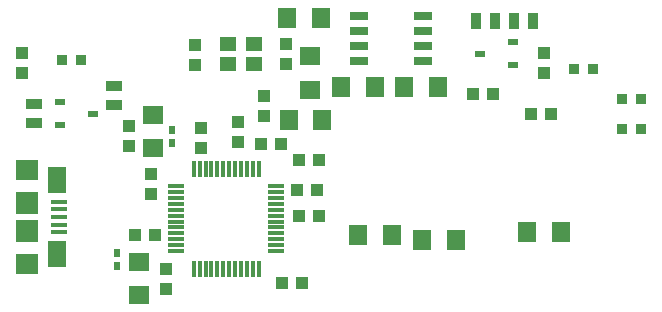
<source format=gbr>
G04 EAGLE Gerber RS-274X export*
G75*
%MOMM*%
%FSLAX34Y34*%
%LPD*%
%INSolderpaste Top*%
%IPPOS*%
%AMOC8*
5,1,8,0,0,1.08239X$1,22.5*%
G01*
%ADD10R,1.390000X0.910000*%
%ADD11R,1.100000X1.000000*%
%ADD12R,1.600000X1.800000*%
%ADD13R,1.000000X1.100000*%
%ADD14R,1.800000X1.600000*%
%ADD15R,0.910000X1.390000*%
%ADD16R,0.900000X0.600000*%
%ADD17R,1.475000X0.300000*%
%ADD18R,0.300000X1.475000*%
%ADD19R,1.500000X0.650000*%
%ADD20R,1.350000X0.400000*%
%ADD21R,1.600000X2.200000*%
%ADD22R,1.900000X1.800000*%
%ADD23R,1.900000X1.900000*%
%ADD24R,0.600000X0.750000*%
%ADD25R,0.900000X0.950000*%
%ADD26R,1.600000X1.803000*%
%ADD27R,1.803000X1.600000*%
%ADD28R,1.400000X1.200000*%


D10*
X27940Y169600D03*
X27940Y186000D03*
D11*
X237100Y152400D03*
X220100Y152400D03*
X268850Y138430D03*
X251850Y138430D03*
X250580Y113030D03*
X267580Y113030D03*
D12*
X243810Y172720D03*
X271810Y172720D03*
D13*
X222250Y175650D03*
X222250Y192650D03*
X200660Y154060D03*
X200660Y171060D03*
X168910Y165980D03*
X168910Y148980D03*
D10*
X95250Y184840D03*
X95250Y201240D03*
D11*
X268850Y91440D03*
X251850Y91440D03*
D13*
X139700Y29600D03*
X139700Y46600D03*
D11*
X113420Y74930D03*
X130420Y74930D03*
D13*
X127000Y126610D03*
X127000Y109610D03*
D14*
X128270Y148560D03*
X128270Y176560D03*
X116840Y52100D03*
X116840Y24100D03*
D13*
X163830Y218830D03*
X163830Y235830D03*
X241300Y237100D03*
X241300Y220100D03*
D15*
X433760Y256540D03*
X450160Y256540D03*
X402010Y256540D03*
X418410Y256540D03*
D16*
X433100Y219100D03*
X433100Y238100D03*
X405100Y228600D03*
D17*
X148120Y116400D03*
X148120Y111400D03*
X148120Y106400D03*
X148120Y101400D03*
X148120Y96400D03*
X148120Y91400D03*
X148120Y86400D03*
X148120Y81400D03*
X148120Y76400D03*
X148120Y71400D03*
X148120Y66400D03*
X148120Y61400D03*
D18*
X163000Y46520D03*
X168000Y46520D03*
X173000Y46520D03*
X178000Y46520D03*
X183000Y46520D03*
X188000Y46520D03*
X193000Y46520D03*
X198000Y46520D03*
X203000Y46520D03*
X208000Y46520D03*
X213000Y46520D03*
X218000Y46520D03*
D17*
X232880Y61400D03*
X232880Y66400D03*
X232880Y71400D03*
X232880Y76400D03*
X232880Y81400D03*
X232880Y86400D03*
X232880Y91400D03*
X232880Y96400D03*
X232880Y101400D03*
X232880Y106400D03*
X232880Y111400D03*
X232880Y116400D03*
D18*
X218000Y131280D03*
X213000Y131280D03*
X208000Y131280D03*
X203000Y131280D03*
X198000Y131280D03*
X193000Y131280D03*
X188000Y131280D03*
X183000Y131280D03*
X178000Y131280D03*
X173000Y131280D03*
X168000Y131280D03*
X163000Y131280D03*
D19*
X303200Y260350D03*
X303200Y247650D03*
X303200Y234950D03*
X303200Y222250D03*
X357200Y222250D03*
X357200Y234950D03*
X357200Y247650D03*
X357200Y260350D03*
D16*
X49500Y187300D03*
X49500Y168300D03*
X77500Y177800D03*
D20*
X48710Y103170D03*
X48710Y96670D03*
X48710Y90170D03*
X48710Y83670D03*
X48710Y77170D03*
D21*
X47460Y121670D03*
X47460Y58670D03*
D22*
X21960Y130170D03*
D23*
X21960Y102170D03*
X21960Y78170D03*
D22*
X21960Y50170D03*
D24*
X97790Y49110D03*
X97790Y60110D03*
X144780Y164250D03*
X144780Y153250D03*
D25*
X541400Y190500D03*
X525400Y190500D03*
X541400Y165100D03*
X525400Y165100D03*
X500760Y215900D03*
X484760Y215900D03*
X67690Y223520D03*
X51690Y223520D03*
D13*
X399170Y194310D03*
X416170Y194310D03*
D26*
X356620Y71120D03*
X385060Y71120D03*
X302010Y74930D03*
X330450Y74930D03*
X473960Y77470D03*
X445520Y77470D03*
D13*
X448700Y177800D03*
X465700Y177800D03*
D11*
X459740Y229480D03*
X459740Y212480D03*
X107950Y167250D03*
X107950Y150250D03*
D26*
X242320Y259080D03*
X270760Y259080D03*
D27*
X261620Y197870D03*
X261620Y226310D03*
D26*
X369820Y200660D03*
X341380Y200660D03*
X316480Y200660D03*
X288040Y200660D03*
D11*
X17780Y229480D03*
X17780Y212480D03*
D28*
X214200Y237100D03*
X192200Y237100D03*
X192200Y220100D03*
X214200Y220100D03*
D11*
X254880Y34290D03*
X237880Y34290D03*
M02*

</source>
